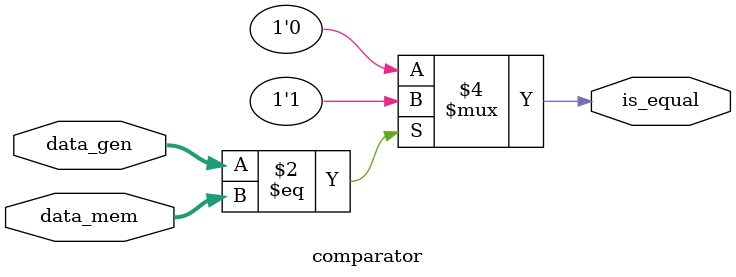
<source format=v>
module comparator #
	(parameter N = 8)
	(data_gen,data_mem,is_equal);

input      [N-1:0] data_gen,data_mem;
output reg         is_equal;

always @(*) begin 
	if(data_gen == data_mem)   
		is_equal = 1'b1;
	else  
		is_equal = 1'b0;
end

endmodule

</source>
